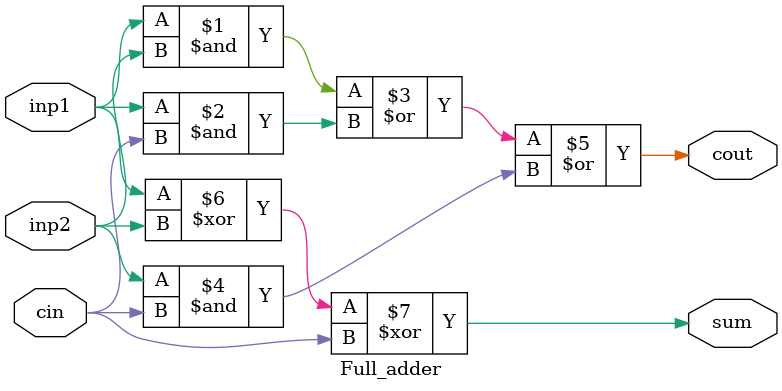
<source format=v>
module ALU( aluSrc1, aluSrc2, ALU_operation_i, result, zero, overflow );

//I/O ports 
input	[15:0]  aluSrc1;
input	[15:0]  aluSrc2;
input	[4-1:0] ALU_operation_i;

output	[15:0]  result;
output		    zero;
output		    overflow;

//Internal Signals
wire		    zero;
wire            overflow;
wire    [16-1:0]result;

//Main function
/*your code here*/
//these signal are carryOut of Full_adder of 16 ALUs repectively 
  wire cout0, cout1, cout2, cout3, cout4, cout5, cout6, cout7, cout8, cout9, cout10,
   cout11, cout12, cout13, cout14, cout15;
  wire set;
  wire invertA, invertB;
  wire [1:0] operation;
  assign invertA = ALU_operation_i[3];
  assign invertB = ALU_operation_i[2];
  assign operation = ALU_operation_i[1:0];
  
  // using prepared module, ALU_1bit,  to implement 16-bit ALU
  //noticed that signal less of ALU_0 should be signal set
  ALU_1bit ALU0(result[0], cout0, aluSrc1[0], aluSrc2[0], invertA, invertB, operation, invertB, set);
  ALU_1bit ALU1(result[1], cout1, aluSrc1[1], aluSrc2[1], invertA, invertB, operation, cout0, 0);
  ALU_1bit ALU2(result[2], cout2, aluSrc1[2], aluSrc2[2], invertA, invertB, operation, cout1, 0);
  ALU_1bit ALU3(result[3], cout3, aluSrc1[3], aluSrc2[3], invertA, invertB, operation, cout2, 0);
  ALU_1bit ALU4(result[4], cout4, aluSrc1[4], aluSrc2[4], invertA, invertB, operation, cout3, 0);
  ALU_1bit ALU5(result[5], cout5, aluSrc1[5], aluSrc2[5], invertA, invertB, operation, cout4, 0);
  ALU_1bit ALU6(result[6], cout6, aluSrc1[6], aluSrc2[6], invertA, invertB, operation, cout5, 0);
  ALU_1bit ALU7(result[7], cout7, aluSrc1[7], aluSrc2[7], invertA, invertB, operation, cout6, 0);
  ALU_1bit ALU8(result[8], cout8, aluSrc1[8], aluSrc2[8], invertA, invertB, operation, cout7, 0);
  ALU_1bit ALU9(result[9], cout9, aluSrc1[9], aluSrc2[9], invertA, invertB, operation, cout8, 0);
  ALU_1bit ALU10(result[10], cout10, aluSrc1[10], aluSrc2[10], invertA, invertB, operation, cout9, 0);
  ALU_1bit ALU11(result[11], cout11, aluSrc1[11], aluSrc2[11], invertA, invertB, operation, cout10, 0);
  ALU_1bit ALU12(result[12], cout12, aluSrc1[12], aluSrc2[12], invertA, invertB, operation, cout11, 0);
  ALU_1bit ALU13(result[13], cout13, aluSrc1[13], aluSrc2[13], invertA, invertB, operation, cout12, 0);
  ALU_1bit ALU14(result[14], cout14, aluSrc1[14], aluSrc2[14], invertA, invertB, operation, cout13, 0);
  ALU_1bit ALU15(result[15], cout15, aluSrc1[15], aluSrc2[15], invertA, invertB, operation, cout14, 0);
  
 //To determine signal set and signal overflow, I use module, ALU_15, which is  designed by myself
  ALU_15 inst(aluSrc1[15], aluSrc2[15], invertA, invertB, cout14, operation, set, overflow);
 
 //NAND gate
  assign zero = ~(result[0] | result[1] | result[2] | result[3] | result[4] | result[5] | result[6] | result[7] | result[8]
   | result[9] | result[10] | result[11] | result[12] | result[13] | result[14] | result[15]);
   
endmodule

module ALU_15(a, b, invertA, invertB, cin, aluOP, set, overflow);

input wire a;
input wire b;
input wire invertA;
input wire invertB;
input wire cin;
input wire[1:0] aluOP;

output wire set;
output wire overflow;

wire a_comb;
wire b_comb;
wire cout;


assign a_comb = invertA ? ~a : a;   //using InvertA and 2-to-1 mux to determine signal a should be inverted or not
assign b_comb = invertB ? ~b : b;   //using InvertB and 2-to-1 mux to determine signal b should be inverted or not

//signal set is signal sum of Full_adder if neglecting overflow
Full_adder add(.sum(set), .cout(cout), .cin(cin), .inp1(a_comb), .inp2(b_comb));

//¶È¦b¥[´îªk®É¦Ò¼{¡A·í©Ò°µªº¹Bºâoverflow®É¤~¬°1¡A¨ä¾lª¬ªp¬Ò¬°0
//·í¨â­Ó¼Æ³£¬O¥¿ªº¡A¦ýsum(§Yset_comb)«o¬O­tªº¡A©Î¬O·í¨â­Ó¼Æ³£¬O­tªº¡A¦ýsum(§Yset_comb)«o¬O¥¿ªº¡A³o¨âºØ±¡ªp³£ºâoverflow
//³Ì«á±N¨ä¥Îboolean expressionªí¥Ü
assign overflow = aluOP == 2'b10 & ((a_comb & b_comb & ~set) | (~a_comb & ~b_comb & set)) ? 1 : 0;

endmodule

module ALU_1bit( result, carryOut, a, b, invertA, invertB, aluOp, carryIn, less );
  
  output wire result;
  output wire carryOut;
  
  input wire a;
  input wire b;
  input wire invertA;
  input wire invertB;
  input wire[1:0] aluOp;
  input wire less;
  input wire carryIn;
  
  /*your code here*/
  wire a_comb;
  wire b_comb;
  wire ab_and;
  wire ab_or;
  wire ab_plus;
  
  assign a_comb = invertA ? ~a : a; //using InvertA and 2-to-1 mux to determine signal a should be inverted or not
  assign b_comb = invertB ? ~b : b; //using InvertB and 2-to-1 mux to determine signal b should be inverted or not
  
  assign ab_and = a_comb & b_comb;  //AND gate
  assign ab_or = a_comb | b_comb;   //OR gate
  
  //using prepared module, Full_adder, to do 1-bit addiction
  Full_adder add(.sum(ab_plus), .cout(carryOut), .cin(carryIn), .inp1(a_comb), .inp2(b_comb));
  
  //using 4-to-1 mux and aluOp to determine which signal should be the final result
  assign result = aluOp == 2'b00 ? ab_and : aluOp == 2'b01 ? ab_or : aluOp == 2'b10 ? ab_plus : less;
  
endmodule

module Full_adder(sum,cout,cin,inp1,inp2);

input cin, inp1, inp2;
output sum,cout;
/*your code here*/

//¥u­n¦³¨ä¤¤¨â­Ó¼Æ¬O1¡A´N­n¶i¦ì
assign cout = (inp1 & inp2) | (inp1 & cin) | (inp2 & cin);

//¥ÎXOR¬Ý¦³´X­Ó1
assign sum = inp1 ^ inp2 ^ cin;

endmodule

</source>
